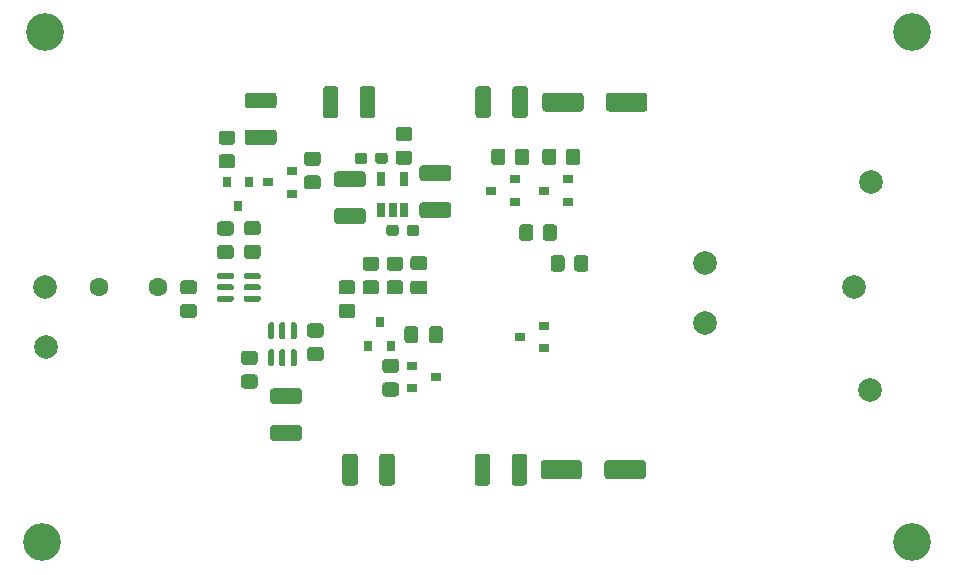
<source format=gbr>
G04 #@! TF.GenerationSoftware,KiCad,Pcbnew,(5.1.10-0-10_14)*
G04 #@! TF.CreationDate,2021-07-28T14:35:39+02:00*
G04 #@! TF.ProjectId,pre-amp-discret,7072652d-616d-4702-9d64-697363726574,rev?*
G04 #@! TF.SameCoordinates,Original*
G04 #@! TF.FileFunction,Soldermask,Top*
G04 #@! TF.FilePolarity,Negative*
%FSLAX46Y46*%
G04 Gerber Fmt 4.6, Leading zero omitted, Abs format (unit mm)*
G04 Created by KiCad (PCBNEW (5.1.10-0-10_14)) date 2021-07-28 14:35:39*
%MOMM*%
%LPD*%
G01*
G04 APERTURE LIST*
%ADD10R,0.650000X1.220000*%
%ADD11R,0.900000X0.800000*%
%ADD12R,0.800000X0.900000*%
%ADD13C,2.000000*%
%ADD14C,3.200000*%
%ADD15C,1.600000*%
G04 APERTURE END LIST*
G36*
G01*
X152919000Y-107335501D02*
X152919000Y-105135499D01*
G75*
G02*
X153168999Y-104885500I249999J0D01*
G01*
X153994001Y-104885500D01*
G75*
G02*
X154244000Y-105135499I0J-249999D01*
G01*
X154244000Y-107335501D01*
G75*
G02*
X153994001Y-107585500I-249999J0D01*
G01*
X153168999Y-107585500D01*
G75*
G02*
X152919000Y-107335501I0J249999D01*
G01*
G37*
G36*
G01*
X149794000Y-107335501D02*
X149794000Y-105135499D01*
G75*
G02*
X150043999Y-104885500I249999J0D01*
G01*
X150869001Y-104885500D01*
G75*
G02*
X151119000Y-105135499I0J-249999D01*
G01*
X151119000Y-107335501D01*
G75*
G02*
X150869001Y-107585500I-249999J0D01*
G01*
X150043999Y-107585500D01*
G75*
G02*
X149794000Y-107335501I0J249999D01*
G01*
G37*
G36*
G01*
X152770000Y-136250499D02*
X152770000Y-138450501D01*
G75*
G02*
X152520001Y-138700500I-249999J0D01*
G01*
X151694999Y-138700500D01*
G75*
G02*
X151445000Y-138450501I0J249999D01*
G01*
X151445000Y-136250499D01*
G75*
G02*
X151694999Y-136000500I249999J0D01*
G01*
X152520001Y-136000500D01*
G75*
G02*
X152770000Y-136250499I0J-249999D01*
G01*
G37*
G36*
G01*
X155895000Y-136250499D02*
X155895000Y-138450501D01*
G75*
G02*
X155645001Y-138700500I-249999J0D01*
G01*
X154819999Y-138700500D01*
G75*
G02*
X154570000Y-138450501I0J249999D01*
G01*
X154570000Y-136250499D01*
G75*
G02*
X154819999Y-136000500I249999J0D01*
G01*
X155645001Y-136000500D01*
G75*
G02*
X155895000Y-136250499I0J-249999D01*
G01*
G37*
G36*
G01*
X171739500Y-136800500D02*
X171739500Y-137900500D01*
G75*
G02*
X171489500Y-138150500I-250000J0D01*
G01*
X168489500Y-138150500D01*
G75*
G02*
X168239500Y-137900500I0J250000D01*
G01*
X168239500Y-136800500D01*
G75*
G02*
X168489500Y-136550500I250000J0D01*
G01*
X171489500Y-136550500D01*
G75*
G02*
X171739500Y-136800500I0J-250000D01*
G01*
G37*
G36*
G01*
X177139500Y-136800500D02*
X177139500Y-137900500D01*
G75*
G02*
X176889500Y-138150500I-250000J0D01*
G01*
X173889500Y-138150500D01*
G75*
G02*
X173639500Y-137900500I0J250000D01*
G01*
X173639500Y-136800500D01*
G75*
G02*
X173889500Y-136550500I250000J0D01*
G01*
X176889500Y-136550500D01*
G75*
G02*
X177139500Y-136800500I0J-250000D01*
G01*
G37*
G36*
G01*
X173766500Y-106785500D02*
X173766500Y-105685500D01*
G75*
G02*
X174016500Y-105435500I250000J0D01*
G01*
X177016500Y-105435500D01*
G75*
G02*
X177266500Y-105685500I0J-250000D01*
G01*
X177266500Y-106785500D01*
G75*
G02*
X177016500Y-107035500I-250000J0D01*
G01*
X174016500Y-107035500D01*
G75*
G02*
X173766500Y-106785500I0J250000D01*
G01*
G37*
G36*
G01*
X168366500Y-106785500D02*
X168366500Y-105685500D01*
G75*
G02*
X168616500Y-105435500I250000J0D01*
G01*
X171616500Y-105435500D01*
G75*
G02*
X171866500Y-105685500I0J-250000D01*
G01*
X171866500Y-106785500D01*
G75*
G02*
X171616500Y-107035500I-250000J0D01*
G01*
X168616500Y-107035500D01*
G75*
G02*
X168366500Y-106785500I0J250000D01*
G01*
G37*
G36*
G01*
X163971000Y-136250499D02*
X163971000Y-138450501D01*
G75*
G02*
X163721001Y-138700500I-249999J0D01*
G01*
X162895999Y-138700500D01*
G75*
G02*
X162646000Y-138450501I0J249999D01*
G01*
X162646000Y-136250499D01*
G75*
G02*
X162895999Y-136000500I249999J0D01*
G01*
X163721001Y-136000500D01*
G75*
G02*
X163971000Y-136250499I0J-249999D01*
G01*
G37*
G36*
G01*
X167096000Y-136250499D02*
X167096000Y-138450501D01*
G75*
G02*
X166846001Y-138700500I-249999J0D01*
G01*
X166020999Y-138700500D01*
G75*
G02*
X165771000Y-138450501I0J249999D01*
G01*
X165771000Y-136250499D01*
G75*
G02*
X166020999Y-136000500I249999J0D01*
G01*
X166846001Y-136000500D01*
G75*
G02*
X167096000Y-136250499I0J-249999D01*
G01*
G37*
G36*
G01*
X165834500Y-107335501D02*
X165834500Y-105135499D01*
G75*
G02*
X166084499Y-104885500I249999J0D01*
G01*
X166909501Y-104885500D01*
G75*
G02*
X167159500Y-105135499I0J-249999D01*
G01*
X167159500Y-107335501D01*
G75*
G02*
X166909501Y-107585500I-249999J0D01*
G01*
X166084499Y-107585500D01*
G75*
G02*
X165834500Y-107335501I0J249999D01*
G01*
G37*
G36*
G01*
X162709500Y-107335501D02*
X162709500Y-105135499D01*
G75*
G02*
X162959499Y-104885500I249999J0D01*
G01*
X163784501Y-104885500D01*
G75*
G02*
X164034500Y-105135499I0J-249999D01*
G01*
X164034500Y-107335501D01*
G75*
G02*
X163784501Y-107585500I-249999J0D01*
G01*
X162959499Y-107585500D01*
G75*
G02*
X162709500Y-107335501I0J249999D01*
G01*
G37*
G36*
G01*
X158221499Y-114717000D02*
X160421501Y-114717000D01*
G75*
G02*
X160671500Y-114966999I0J-249999D01*
G01*
X160671500Y-115792001D01*
G75*
G02*
X160421501Y-116042000I-249999J0D01*
G01*
X158221499Y-116042000D01*
G75*
G02*
X157971500Y-115792001I0J249999D01*
G01*
X157971500Y-114966999D01*
G75*
G02*
X158221499Y-114717000I249999J0D01*
G01*
G37*
G36*
G01*
X158221499Y-111592000D02*
X160421501Y-111592000D01*
G75*
G02*
X160671500Y-111841999I0J-249999D01*
G01*
X160671500Y-112667001D01*
G75*
G02*
X160421501Y-112917000I-249999J0D01*
G01*
X158221499Y-112917000D01*
G75*
G02*
X157971500Y-112667001I0J249999D01*
G01*
X157971500Y-111841999D01*
G75*
G02*
X158221499Y-111592000I249999J0D01*
G01*
G37*
G36*
G01*
X153182501Y-113421500D02*
X150982499Y-113421500D01*
G75*
G02*
X150732500Y-113171501I0J249999D01*
G01*
X150732500Y-112346499D01*
G75*
G02*
X150982499Y-112096500I249999J0D01*
G01*
X153182501Y-112096500D01*
G75*
G02*
X153432500Y-112346499I0J-249999D01*
G01*
X153432500Y-113171501D01*
G75*
G02*
X153182501Y-113421500I-249999J0D01*
G01*
G37*
G36*
G01*
X153182501Y-116546500D02*
X150982499Y-116546500D01*
G75*
G02*
X150732500Y-116296501I0J249999D01*
G01*
X150732500Y-115471499D01*
G75*
G02*
X150982499Y-115221500I249999J0D01*
G01*
X153182501Y-115221500D01*
G75*
G02*
X153432500Y-115471499I0J-249999D01*
G01*
X153432500Y-116296501D01*
G75*
G02*
X153182501Y-116546500I-249999J0D01*
G01*
G37*
G36*
G01*
X145584999Y-133590000D02*
X147785001Y-133590000D01*
G75*
G02*
X148035000Y-133839999I0J-249999D01*
G01*
X148035000Y-134665001D01*
G75*
G02*
X147785001Y-134915000I-249999J0D01*
G01*
X145584999Y-134915000D01*
G75*
G02*
X145335000Y-134665001I0J249999D01*
G01*
X145335000Y-133839999D01*
G75*
G02*
X145584999Y-133590000I249999J0D01*
G01*
G37*
G36*
G01*
X145584999Y-130465000D02*
X147785001Y-130465000D01*
G75*
G02*
X148035000Y-130714999I0J-249999D01*
G01*
X148035000Y-131540001D01*
G75*
G02*
X147785001Y-131790000I-249999J0D01*
G01*
X145584999Y-131790000D01*
G75*
G02*
X145335000Y-131540001I0J249999D01*
G01*
X145335000Y-130714999D01*
G75*
G02*
X145584999Y-130465000I249999J0D01*
G01*
G37*
G36*
G01*
X143425999Y-108557500D02*
X145626001Y-108557500D01*
G75*
G02*
X145876000Y-108807499I0J-249999D01*
G01*
X145876000Y-109632501D01*
G75*
G02*
X145626001Y-109882500I-249999J0D01*
G01*
X143425999Y-109882500D01*
G75*
G02*
X143176000Y-109632501I0J249999D01*
G01*
X143176000Y-108807499D01*
G75*
G02*
X143425999Y-108557500I249999J0D01*
G01*
G37*
G36*
G01*
X143425999Y-105432500D02*
X145626001Y-105432500D01*
G75*
G02*
X145876000Y-105682499I0J-249999D01*
G01*
X145876000Y-106507501D01*
G75*
G02*
X145626001Y-106757500I-249999J0D01*
G01*
X143425999Y-106757500D01*
G75*
G02*
X143176000Y-106507501I0J249999D01*
G01*
X143176000Y-105682499D01*
G75*
G02*
X143425999Y-105432500I249999J0D01*
G01*
G37*
D10*
X154754500Y-112759500D03*
X156654500Y-112759500D03*
X156654500Y-115379500D03*
X155704500Y-115379500D03*
X154754500Y-115379500D03*
G36*
G01*
X167621000Y-116834499D02*
X167621000Y-117734501D01*
G75*
G02*
X167371001Y-117984500I-249999J0D01*
G01*
X166670999Y-117984500D01*
G75*
G02*
X166421000Y-117734501I0J249999D01*
G01*
X166421000Y-116834499D01*
G75*
G02*
X166670999Y-116584500I249999J0D01*
G01*
X167371001Y-116584500D01*
G75*
G02*
X167621000Y-116834499I0J-249999D01*
G01*
G37*
G36*
G01*
X169621000Y-116834499D02*
X169621000Y-117734501D01*
G75*
G02*
X169371001Y-117984500I-249999J0D01*
G01*
X168670999Y-117984500D01*
G75*
G02*
X168421000Y-117734501I0J249999D01*
G01*
X168421000Y-116834499D01*
G75*
G02*
X168670999Y-116584500I249999J0D01*
G01*
X169371001Y-116584500D01*
G75*
G02*
X169621000Y-116834499I0J-249999D01*
G01*
G37*
G36*
G01*
X157104501Y-109534500D02*
X156204499Y-109534500D01*
G75*
G02*
X155954500Y-109284501I0J249999D01*
G01*
X155954500Y-108584499D01*
G75*
G02*
X156204499Y-108334500I249999J0D01*
G01*
X157104501Y-108334500D01*
G75*
G02*
X157354500Y-108584499I0J-249999D01*
G01*
X157354500Y-109284501D01*
G75*
G02*
X157104501Y-109534500I-249999J0D01*
G01*
G37*
G36*
G01*
X157104501Y-111534500D02*
X156204499Y-111534500D01*
G75*
G02*
X155954500Y-111284501I0J249999D01*
G01*
X155954500Y-110584499D01*
G75*
G02*
X156204499Y-110334500I249999J0D01*
G01*
X157104501Y-110334500D01*
G75*
G02*
X157354500Y-110584499I0J-249999D01*
G01*
X157354500Y-111284501D01*
G75*
G02*
X157104501Y-111534500I-249999J0D01*
G01*
G37*
G36*
G01*
X153410499Y-121320000D02*
X154310501Y-121320000D01*
G75*
G02*
X154560500Y-121569999I0J-249999D01*
G01*
X154560500Y-122270001D01*
G75*
G02*
X154310501Y-122520000I-249999J0D01*
G01*
X153410499Y-122520000D01*
G75*
G02*
X153160500Y-122270001I0J249999D01*
G01*
X153160500Y-121569999D01*
G75*
G02*
X153410499Y-121320000I249999J0D01*
G01*
G37*
G36*
G01*
X153410499Y-119320000D02*
X154310501Y-119320000D01*
G75*
G02*
X154560500Y-119569999I0J-249999D01*
G01*
X154560500Y-120270001D01*
G75*
G02*
X154310501Y-120520000I-249999J0D01*
G01*
X153410499Y-120520000D01*
G75*
G02*
X153160500Y-120270001I0J249999D01*
G01*
X153160500Y-119569999D01*
G75*
G02*
X153410499Y-119320000I249999J0D01*
G01*
G37*
G36*
G01*
X149357501Y-111630000D02*
X148457499Y-111630000D01*
G75*
G02*
X148207500Y-111380001I0J249999D01*
G01*
X148207500Y-110679999D01*
G75*
G02*
X148457499Y-110430000I249999J0D01*
G01*
X149357501Y-110430000D01*
G75*
G02*
X149607500Y-110679999I0J-249999D01*
G01*
X149607500Y-111380001D01*
G75*
G02*
X149357501Y-111630000I-249999J0D01*
G01*
G37*
G36*
G01*
X149357501Y-113630000D02*
X148457499Y-113630000D01*
G75*
G02*
X148207500Y-113380001I0J249999D01*
G01*
X148207500Y-112679999D01*
G75*
G02*
X148457499Y-112430000I249999J0D01*
G01*
X149357501Y-112430000D01*
G75*
G02*
X149607500Y-112679999I0J-249999D01*
G01*
X149607500Y-113380001D01*
G75*
G02*
X149357501Y-113630000I-249999J0D01*
G01*
G37*
G36*
G01*
X141218499Y-110652000D02*
X142118501Y-110652000D01*
G75*
G02*
X142368500Y-110901999I0J-249999D01*
G01*
X142368500Y-111602001D01*
G75*
G02*
X142118501Y-111852000I-249999J0D01*
G01*
X141218499Y-111852000D01*
G75*
G02*
X140968500Y-111602001I0J249999D01*
G01*
X140968500Y-110901999D01*
G75*
G02*
X141218499Y-110652000I249999J0D01*
G01*
G37*
G36*
G01*
X141218499Y-108652000D02*
X142118501Y-108652000D01*
G75*
G02*
X142368500Y-108901999I0J-249999D01*
G01*
X142368500Y-109602001D01*
G75*
G02*
X142118501Y-109852000I-249999J0D01*
G01*
X141218499Y-109852000D01*
G75*
G02*
X140968500Y-109602001I0J249999D01*
G01*
X140968500Y-108901999D01*
G75*
G02*
X141218499Y-108652000I249999J0D01*
G01*
G37*
D11*
X145161000Y-113030000D03*
X147161000Y-112080000D03*
X147161000Y-113980000D03*
D12*
X142621000Y-114998500D03*
X141671000Y-112998500D03*
X143571000Y-112998500D03*
G36*
G01*
X145542500Y-126315500D02*
X145292500Y-126315500D01*
G75*
G02*
X145167500Y-126190500I0J125000D01*
G01*
X145167500Y-125015500D01*
G75*
G02*
X145292500Y-124890500I125000J0D01*
G01*
X145542500Y-124890500D01*
G75*
G02*
X145667500Y-125015500I0J-125000D01*
G01*
X145667500Y-126190500D01*
G75*
G02*
X145542500Y-126315500I-125000J0D01*
G01*
G37*
G36*
G01*
X146492500Y-126315500D02*
X146242500Y-126315500D01*
G75*
G02*
X146117500Y-126190500I0J125000D01*
G01*
X146117500Y-125015500D01*
G75*
G02*
X146242500Y-124890500I125000J0D01*
G01*
X146492500Y-124890500D01*
G75*
G02*
X146617500Y-125015500I0J-125000D01*
G01*
X146617500Y-126190500D01*
G75*
G02*
X146492500Y-126315500I-125000J0D01*
G01*
G37*
G36*
G01*
X147442500Y-126315500D02*
X147192500Y-126315500D01*
G75*
G02*
X147067500Y-126190500I0J125000D01*
G01*
X147067500Y-125015500D01*
G75*
G02*
X147192500Y-124890500I125000J0D01*
G01*
X147442500Y-124890500D01*
G75*
G02*
X147567500Y-125015500I0J-125000D01*
G01*
X147567500Y-126190500D01*
G75*
G02*
X147442500Y-126315500I-125000J0D01*
G01*
G37*
G36*
G01*
X147442500Y-128590500D02*
X147192500Y-128590500D01*
G75*
G02*
X147067500Y-128465500I0J125000D01*
G01*
X147067500Y-127290500D01*
G75*
G02*
X147192500Y-127165500I125000J0D01*
G01*
X147442500Y-127165500D01*
G75*
G02*
X147567500Y-127290500I0J-125000D01*
G01*
X147567500Y-128465500D01*
G75*
G02*
X147442500Y-128590500I-125000J0D01*
G01*
G37*
G36*
G01*
X146492500Y-128590500D02*
X146242500Y-128590500D01*
G75*
G02*
X146117500Y-128465500I0J125000D01*
G01*
X146117500Y-127290500D01*
G75*
G02*
X146242500Y-127165500I125000J0D01*
G01*
X146492500Y-127165500D01*
G75*
G02*
X146617500Y-127290500I0J-125000D01*
G01*
X146617500Y-128465500D01*
G75*
G02*
X146492500Y-128590500I-125000J0D01*
G01*
G37*
G36*
G01*
X145542500Y-128590500D02*
X145292500Y-128590500D01*
G75*
G02*
X145167500Y-128465500I0J125000D01*
G01*
X145167500Y-127290500D01*
G75*
G02*
X145292500Y-127165500I125000J0D01*
G01*
X145542500Y-127165500D01*
G75*
G02*
X145667500Y-127290500I0J-125000D01*
G01*
X145667500Y-128465500D01*
G75*
G02*
X145542500Y-128590500I-125000J0D01*
G01*
G37*
G36*
G01*
X143104000Y-121095000D02*
X143104000Y-120845000D01*
G75*
G02*
X143229000Y-120720000I125000J0D01*
G01*
X144404000Y-120720000D01*
G75*
G02*
X144529000Y-120845000I0J-125000D01*
G01*
X144529000Y-121095000D01*
G75*
G02*
X144404000Y-121220000I-125000J0D01*
G01*
X143229000Y-121220000D01*
G75*
G02*
X143104000Y-121095000I0J125000D01*
G01*
G37*
G36*
G01*
X143104000Y-122045000D02*
X143104000Y-121795000D01*
G75*
G02*
X143229000Y-121670000I125000J0D01*
G01*
X144404000Y-121670000D01*
G75*
G02*
X144529000Y-121795000I0J-125000D01*
G01*
X144529000Y-122045000D01*
G75*
G02*
X144404000Y-122170000I-125000J0D01*
G01*
X143229000Y-122170000D01*
G75*
G02*
X143104000Y-122045000I0J125000D01*
G01*
G37*
G36*
G01*
X143104000Y-122995000D02*
X143104000Y-122745000D01*
G75*
G02*
X143229000Y-122620000I125000J0D01*
G01*
X144404000Y-122620000D01*
G75*
G02*
X144529000Y-122745000I0J-125000D01*
G01*
X144529000Y-122995000D01*
G75*
G02*
X144404000Y-123120000I-125000J0D01*
G01*
X143229000Y-123120000D01*
G75*
G02*
X143104000Y-122995000I0J125000D01*
G01*
G37*
G36*
G01*
X140829000Y-122995000D02*
X140829000Y-122745000D01*
G75*
G02*
X140954000Y-122620000I125000J0D01*
G01*
X142129000Y-122620000D01*
G75*
G02*
X142254000Y-122745000I0J-125000D01*
G01*
X142254000Y-122995000D01*
G75*
G02*
X142129000Y-123120000I-125000J0D01*
G01*
X140954000Y-123120000D01*
G75*
G02*
X140829000Y-122995000I0J125000D01*
G01*
G37*
G36*
G01*
X140829000Y-122045000D02*
X140829000Y-121795000D01*
G75*
G02*
X140954000Y-121670000I125000J0D01*
G01*
X142129000Y-121670000D01*
G75*
G02*
X142254000Y-121795000I0J-125000D01*
G01*
X142254000Y-122045000D01*
G75*
G02*
X142129000Y-122170000I-125000J0D01*
G01*
X140954000Y-122170000D01*
G75*
G02*
X140829000Y-122045000I0J125000D01*
G01*
G37*
G36*
G01*
X140829000Y-121095000D02*
X140829000Y-120845000D01*
G75*
G02*
X140954000Y-120720000I125000J0D01*
G01*
X142129000Y-120720000D01*
G75*
G02*
X142254000Y-120845000I0J-125000D01*
G01*
X142254000Y-121095000D01*
G75*
G02*
X142129000Y-121220000I-125000J0D01*
G01*
X140954000Y-121220000D01*
G75*
G02*
X140829000Y-121095000I0J125000D01*
G01*
G37*
D13*
X194754500Y-121920000D03*
X196215000Y-113030000D03*
X196088000Y-130619500D03*
G36*
G01*
X156239500Y-116856500D02*
X156239500Y-117331500D01*
G75*
G02*
X156002000Y-117569000I-237500J0D01*
G01*
X155402000Y-117569000D01*
G75*
G02*
X155164500Y-117331500I0J237500D01*
G01*
X155164500Y-116856500D01*
G75*
G02*
X155402000Y-116619000I237500J0D01*
G01*
X156002000Y-116619000D01*
G75*
G02*
X156239500Y-116856500I0J-237500D01*
G01*
G37*
G36*
G01*
X157964500Y-116856500D02*
X157964500Y-117331500D01*
G75*
G02*
X157727000Y-117569000I-237500J0D01*
G01*
X157127000Y-117569000D01*
G75*
G02*
X156889500Y-117331500I0J237500D01*
G01*
X156889500Y-116856500D01*
G75*
G02*
X157127000Y-116619000I237500J0D01*
G01*
X157727000Y-116619000D01*
G75*
G02*
X157964500Y-116856500I0J-237500D01*
G01*
G37*
G36*
G01*
X154212000Y-111235500D02*
X154212000Y-110760500D01*
G75*
G02*
X154449500Y-110523000I237500J0D01*
G01*
X155049500Y-110523000D01*
G75*
G02*
X155287000Y-110760500I0J-237500D01*
G01*
X155287000Y-111235500D01*
G75*
G02*
X155049500Y-111473000I-237500J0D01*
G01*
X154449500Y-111473000D01*
G75*
G02*
X154212000Y-111235500I0J237500D01*
G01*
G37*
G36*
G01*
X152487000Y-111235500D02*
X152487000Y-110760500D01*
G75*
G02*
X152724500Y-110523000I237500J0D01*
G01*
X153324500Y-110523000D01*
G75*
G02*
X153562000Y-110760500I0J-237500D01*
G01*
X153562000Y-111235500D01*
G75*
G02*
X153324500Y-111473000I-237500J0D01*
G01*
X152724500Y-111473000D01*
G75*
G02*
X152487000Y-111235500I0J237500D01*
G01*
G37*
X182181500Y-124968000D03*
X182181500Y-119888000D03*
X126365000Y-126936500D03*
X126301500Y-121920000D03*
D11*
X166529000Y-126108500D03*
X168529000Y-125158500D03*
X168529000Y-127058500D03*
G36*
G01*
X157877000Y-125445500D02*
X157877000Y-126395500D01*
G75*
G02*
X157627000Y-126645500I-250000J0D01*
G01*
X156952000Y-126645500D01*
G75*
G02*
X156702000Y-126395500I0J250000D01*
G01*
X156702000Y-125445500D01*
G75*
G02*
X156952000Y-125195500I250000J0D01*
G01*
X157627000Y-125195500D01*
G75*
G02*
X157877000Y-125445500I0J-250000D01*
G01*
G37*
G36*
G01*
X159952000Y-125445500D02*
X159952000Y-126395500D01*
G75*
G02*
X159702000Y-126645500I-250000J0D01*
G01*
X159027000Y-126645500D01*
G75*
G02*
X158777000Y-126395500I0J250000D01*
G01*
X158777000Y-125445500D01*
G75*
G02*
X159027000Y-125195500I250000J0D01*
G01*
X159702000Y-125195500D01*
G75*
G02*
X159952000Y-125445500I0J-250000D01*
G01*
G37*
G36*
G01*
X157449500Y-121345200D02*
X158399500Y-121345200D01*
G75*
G02*
X158649500Y-121595200I0J-250000D01*
G01*
X158649500Y-122270200D01*
G75*
G02*
X158399500Y-122520200I-250000J0D01*
G01*
X157449500Y-122520200D01*
G75*
G02*
X157199500Y-122270200I0J250000D01*
G01*
X157199500Y-121595200D01*
G75*
G02*
X157449500Y-121345200I250000J0D01*
G01*
G37*
G36*
G01*
X157449500Y-119270200D02*
X158399500Y-119270200D01*
G75*
G02*
X158649500Y-119520200I0J-250000D01*
G01*
X158649500Y-120195200D01*
G75*
G02*
X158399500Y-120445200I-250000J0D01*
G01*
X157449500Y-120445200D01*
G75*
G02*
X157199500Y-120195200I0J250000D01*
G01*
X157199500Y-119520200D01*
G75*
G02*
X157449500Y-119270200I250000J0D01*
G01*
G37*
X170529000Y-114678500D03*
X170529000Y-112778500D03*
X168529000Y-113728500D03*
G36*
G01*
X137979999Y-123320000D02*
X138880001Y-123320000D01*
G75*
G02*
X139130000Y-123569999I0J-249999D01*
G01*
X139130000Y-124270001D01*
G75*
G02*
X138880001Y-124520000I-249999J0D01*
G01*
X137979999Y-124520000D01*
G75*
G02*
X137730000Y-124270001I0J249999D01*
G01*
X137730000Y-123569999D01*
G75*
G02*
X137979999Y-123320000I249999J0D01*
G01*
G37*
G36*
G01*
X137979999Y-121320000D02*
X138880001Y-121320000D01*
G75*
G02*
X139130000Y-121569999I0J-249999D01*
G01*
X139130000Y-122270001D01*
G75*
G02*
X138880001Y-122520000I-249999J0D01*
G01*
X137979999Y-122520000D01*
G75*
G02*
X137730000Y-122270001I0J249999D01*
G01*
X137730000Y-121569999D01*
G75*
G02*
X137979999Y-121320000I249999J0D01*
G01*
G37*
G36*
G01*
X170272000Y-119437999D02*
X170272000Y-120338001D01*
G75*
G02*
X170022001Y-120588000I-249999J0D01*
G01*
X169321999Y-120588000D01*
G75*
G02*
X169072000Y-120338001I0J249999D01*
G01*
X169072000Y-119437999D01*
G75*
G02*
X169321999Y-119188000I249999J0D01*
G01*
X170022001Y-119188000D01*
G75*
G02*
X170272000Y-119437999I0J-249999D01*
G01*
G37*
G36*
G01*
X172272000Y-119437999D02*
X172272000Y-120338001D01*
G75*
G02*
X172022001Y-120588000I-249999J0D01*
G01*
X171321999Y-120588000D01*
G75*
G02*
X171072000Y-120338001I0J249999D01*
G01*
X171072000Y-119437999D01*
G75*
G02*
X171321999Y-119188000I249999J0D01*
G01*
X172022001Y-119188000D01*
G75*
G02*
X172272000Y-119437999I0J-249999D01*
G01*
G37*
G36*
G01*
X170373500Y-111321001D02*
X170373500Y-110420999D01*
G75*
G02*
X170623499Y-110171000I249999J0D01*
G01*
X171323501Y-110171000D01*
G75*
G02*
X171573500Y-110420999I0J-249999D01*
G01*
X171573500Y-111321001D01*
G75*
G02*
X171323501Y-111571000I-249999J0D01*
G01*
X170623499Y-111571000D01*
G75*
G02*
X170373500Y-111321001I0J249999D01*
G01*
G37*
G36*
G01*
X168373500Y-111321001D02*
X168373500Y-110420999D01*
G75*
G02*
X168623499Y-110171000I249999J0D01*
G01*
X169323501Y-110171000D01*
G75*
G02*
X169573500Y-110420999I0J-249999D01*
G01*
X169573500Y-111321001D01*
G75*
G02*
X169323501Y-111571000I-249999J0D01*
G01*
X168623499Y-111571000D01*
G75*
G02*
X168373500Y-111321001I0J249999D01*
G01*
G37*
G36*
G01*
X165255500Y-110420999D02*
X165255500Y-111321001D01*
G75*
G02*
X165005501Y-111571000I-249999J0D01*
G01*
X164305499Y-111571000D01*
G75*
G02*
X164055500Y-111321001I0J249999D01*
G01*
X164055500Y-110420999D01*
G75*
G02*
X164305499Y-110171000I249999J0D01*
G01*
X165005501Y-110171000D01*
G75*
G02*
X165255500Y-110420999I0J-249999D01*
G01*
G37*
G36*
G01*
X167255500Y-110420999D02*
X167255500Y-111321001D01*
G75*
G02*
X167005501Y-111571000I-249999J0D01*
G01*
X166305499Y-111571000D01*
G75*
G02*
X166055500Y-111321001I0J249999D01*
G01*
X166055500Y-110420999D01*
G75*
G02*
X166305499Y-110171000I249999J0D01*
G01*
X167005501Y-110171000D01*
G75*
G02*
X167255500Y-110420999I0J-249999D01*
G01*
G37*
G36*
G01*
X155086899Y-129962100D02*
X155986901Y-129962100D01*
G75*
G02*
X156236900Y-130212099I0J-249999D01*
G01*
X156236900Y-130912101D01*
G75*
G02*
X155986901Y-131162100I-249999J0D01*
G01*
X155086899Y-131162100D01*
G75*
G02*
X154836900Y-130912101I0J249999D01*
G01*
X154836900Y-130212099D01*
G75*
G02*
X155086899Y-129962100I249999J0D01*
G01*
G37*
G36*
G01*
X155086899Y-127962100D02*
X155986901Y-127962100D01*
G75*
G02*
X156236900Y-128212099I0J-249999D01*
G01*
X156236900Y-128912101D01*
G75*
G02*
X155986901Y-129162100I-249999J0D01*
G01*
X155086899Y-129162100D01*
G75*
G02*
X154836900Y-128912101I0J249999D01*
G01*
X154836900Y-128212099D01*
G75*
G02*
X155086899Y-127962100I249999J0D01*
G01*
G37*
G36*
G01*
X155442499Y-121320000D02*
X156342501Y-121320000D01*
G75*
G02*
X156592500Y-121569999I0J-249999D01*
G01*
X156592500Y-122270001D01*
G75*
G02*
X156342501Y-122520000I-249999J0D01*
G01*
X155442499Y-122520000D01*
G75*
G02*
X155192500Y-122270001I0J249999D01*
G01*
X155192500Y-121569999D01*
G75*
G02*
X155442499Y-121320000I249999J0D01*
G01*
G37*
G36*
G01*
X155442499Y-119320000D02*
X156342501Y-119320000D01*
G75*
G02*
X156592500Y-119569999I0J-249999D01*
G01*
X156592500Y-120270001D01*
G75*
G02*
X156342501Y-120520000I-249999J0D01*
G01*
X155442499Y-120520000D01*
G75*
G02*
X155192500Y-120270001I0J249999D01*
G01*
X155192500Y-119569999D01*
G75*
G02*
X155442499Y-119320000I249999J0D01*
G01*
G37*
G36*
G01*
X151378499Y-123320000D02*
X152278501Y-123320000D01*
G75*
G02*
X152528500Y-123569999I0J-249999D01*
G01*
X152528500Y-124270001D01*
G75*
G02*
X152278501Y-124520000I-249999J0D01*
G01*
X151378499Y-124520000D01*
G75*
G02*
X151128500Y-124270001I0J249999D01*
G01*
X151128500Y-123569999D01*
G75*
G02*
X151378499Y-123320000I249999J0D01*
G01*
G37*
G36*
G01*
X151378499Y-121320000D02*
X152278501Y-121320000D01*
G75*
G02*
X152528500Y-121569999I0J-249999D01*
G01*
X152528500Y-122270001D01*
G75*
G02*
X152278501Y-122520000I-249999J0D01*
G01*
X151378499Y-122520000D01*
G75*
G02*
X151128500Y-122270001I0J249999D01*
G01*
X151128500Y-121569999D01*
G75*
G02*
X151378499Y-121320000I249999J0D01*
G01*
G37*
G36*
G01*
X148711499Y-126971500D02*
X149611501Y-126971500D01*
G75*
G02*
X149861500Y-127221499I0J-249999D01*
G01*
X149861500Y-127921501D01*
G75*
G02*
X149611501Y-128171500I-249999J0D01*
G01*
X148711499Y-128171500D01*
G75*
G02*
X148461500Y-127921501I0J249999D01*
G01*
X148461500Y-127221499D01*
G75*
G02*
X148711499Y-126971500I249999J0D01*
G01*
G37*
G36*
G01*
X148711499Y-124971500D02*
X149611501Y-124971500D01*
G75*
G02*
X149861500Y-125221499I0J-249999D01*
G01*
X149861500Y-125921501D01*
G75*
G02*
X149611501Y-126171500I-249999J0D01*
G01*
X148711499Y-126171500D01*
G75*
G02*
X148461500Y-125921501I0J249999D01*
G01*
X148461500Y-125221499D01*
G75*
G02*
X148711499Y-124971500I249999J0D01*
G01*
G37*
G36*
G01*
X143377499Y-118303500D02*
X144277501Y-118303500D01*
G75*
G02*
X144527500Y-118553499I0J-249999D01*
G01*
X144527500Y-119253501D01*
G75*
G02*
X144277501Y-119503500I-249999J0D01*
G01*
X143377499Y-119503500D01*
G75*
G02*
X143127500Y-119253501I0J249999D01*
G01*
X143127500Y-118553499D01*
G75*
G02*
X143377499Y-118303500I249999J0D01*
G01*
G37*
G36*
G01*
X143377499Y-116303500D02*
X144277501Y-116303500D01*
G75*
G02*
X144527500Y-116553499I0J-249999D01*
G01*
X144527500Y-117253501D01*
G75*
G02*
X144277501Y-117503500I-249999J0D01*
G01*
X143377499Y-117503500D01*
G75*
G02*
X143127500Y-117253501I0J249999D01*
G01*
X143127500Y-116553499D01*
G75*
G02*
X143377499Y-116303500I249999J0D01*
G01*
G37*
G36*
G01*
X143123499Y-129289000D02*
X144023501Y-129289000D01*
G75*
G02*
X144273500Y-129538999I0J-249999D01*
G01*
X144273500Y-130239001D01*
G75*
G02*
X144023501Y-130489000I-249999J0D01*
G01*
X143123499Y-130489000D01*
G75*
G02*
X142873500Y-130239001I0J249999D01*
G01*
X142873500Y-129538999D01*
G75*
G02*
X143123499Y-129289000I249999J0D01*
G01*
G37*
G36*
G01*
X143123499Y-127289000D02*
X144023501Y-127289000D01*
G75*
G02*
X144273500Y-127538999I0J-249999D01*
G01*
X144273500Y-128239001D01*
G75*
G02*
X144023501Y-128489000I-249999J0D01*
G01*
X143123499Y-128489000D01*
G75*
G02*
X142873500Y-128239001I0J249999D01*
G01*
X142873500Y-127538999D01*
G75*
G02*
X143123499Y-127289000I249999J0D01*
G01*
G37*
G36*
G01*
X141091499Y-118335500D02*
X141991501Y-118335500D01*
G75*
G02*
X142241500Y-118585499I0J-249999D01*
G01*
X142241500Y-119285501D01*
G75*
G02*
X141991501Y-119535500I-249999J0D01*
G01*
X141091499Y-119535500D01*
G75*
G02*
X140841500Y-119285501I0J249999D01*
G01*
X140841500Y-118585499D01*
G75*
G02*
X141091499Y-118335500I249999J0D01*
G01*
G37*
G36*
G01*
X141091499Y-116335500D02*
X141991501Y-116335500D01*
G75*
G02*
X142241500Y-116585499I0J-249999D01*
G01*
X142241500Y-117285501D01*
G75*
G02*
X141991501Y-117535500I-249999J0D01*
G01*
X141091499Y-117535500D01*
G75*
G02*
X140841500Y-117285501I0J249999D01*
G01*
X140841500Y-116585499D01*
G75*
G02*
X141091499Y-116335500I249999J0D01*
G01*
G37*
X159365700Y-129512100D03*
X157365700Y-130462100D03*
X157365700Y-128562100D03*
X164052500Y-113731000D03*
X166052500Y-112781000D03*
X166052500Y-114681000D03*
D12*
X154607300Y-124885700D03*
X155557300Y-126885700D03*
X153657300Y-126885700D03*
D14*
X126238000Y-100330000D03*
X125984000Y-143510000D03*
X199644000Y-143510000D03*
X199644000Y-100330000D03*
D15*
X130810000Y-121920000D03*
X135810000Y-121920000D03*
M02*

</source>
